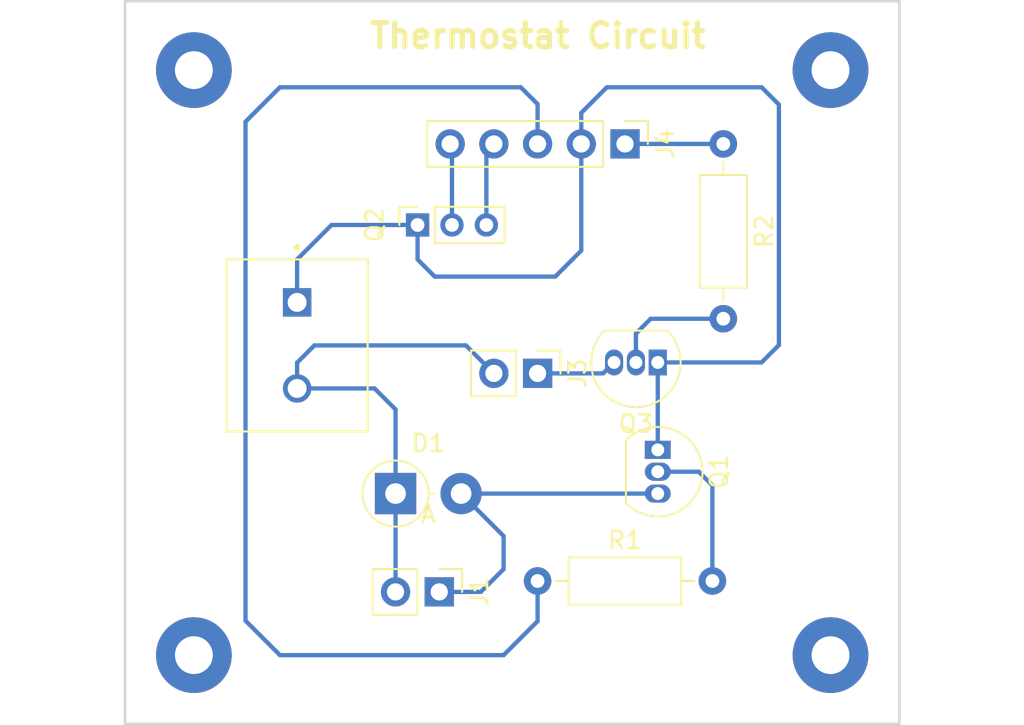
<source format=kicad_pcb>
(kicad_pcb (version 20171130) (host pcbnew "(5.0.1)-4")

  (general
    (thickness 1.6)
    (drawings 5)
    (tracks 54)
    (zones 0)
    (modules 14)
    (nets 11)
  )

  (page A4)
  (layers
    (0 F.Cu signal)
    (31 B.Cu signal)
    (32 B.Adhes user)
    (33 F.Adhes user)
    (34 B.Paste user)
    (35 F.Paste user)
    (36 B.SilkS user)
    (37 F.SilkS user)
    (38 B.Mask user)
    (39 F.Mask user)
    (40 Dwgs.User user)
    (41 Cmts.User user)
    (42 Eco1.User user)
    (43 Eco2.User user)
    (44 Edge.Cuts user)
    (45 Margin user)
    (46 B.CrtYd user)
    (47 F.CrtYd user)
    (48 B.Fab user)
    (49 F.Fab user)
  )

  (setup
    (last_trace_width 0.25)
    (trace_clearance 0.2)
    (zone_clearance 0.508)
    (zone_45_only no)
    (trace_min 0.25)
    (segment_width 0.2)
    (edge_width 0.15)
    (via_size 0.8)
    (via_drill 0.4)
    (via_min_size 0.4)
    (via_min_drill 0.3)
    (uvia_size 0.3)
    (uvia_drill 0.1)
    (uvias_allowed no)
    (uvia_min_size 0.2)
    (uvia_min_drill 0.1)
    (pcb_text_width 0.3)
    (pcb_text_size 1.5 1.5)
    (mod_edge_width 0.15)
    (mod_text_size 1 1)
    (mod_text_width 0.15)
    (pad_size 1 1.1)
    (pad_drill 0.9)
    (pad_to_mask_clearance 0.051)
    (solder_mask_min_width 0.25)
    (aux_axis_origin 0 0)
    (visible_elements 7FFFFFFF)
    (pcbplotparams
      (layerselection 0x010fc_ffffffff)
      (usegerberextensions false)
      (usegerberattributes true)
      (usegerberadvancedattributes false)
      (creategerberjobfile false)
      (excludeedgelayer true)
      (linewidth 0.100000)
      (plotframeref false)
      (viasonmask false)
      (mode 1)
      (useauxorigin false)
      (hpglpennumber 1)
      (hpglpenspeed 20)
      (hpglpendiameter 15.000000)
      (psnegative false)
      (psa4output false)
      (plotreference true)
      (plotvalue true)
      (plotinvisibletext false)
      (padsonsilk false)
      (subtractmaskfromsilk false)
      (outputformat 1)
      (mirror false)
      (drillshape 0)
      (scaleselection 1)
      (outputdirectory ""))
  )

  (net 0 "")
  (net 1 "Net-(D1-Pad1)")
  (net 2 "Net-(D1-Pad2)")
  (net 3 "Net-(J2-Pad1)")
  (net 4 "Net-(J3-Pad1)")
  (net 5 "Net-(J4-Pad1)")
  (net 6 "Net-(J4-Pad3)")
  (net 7 "Net-(J4-Pad4)")
  (net 8 "Net-(J4-Pad5)")
  (net 9 "Net-(Q1-Pad2)")
  (net 10 "Net-(Q3-Pad2)")

  (net_class Default "This is the default net class."
    (clearance 0.2)
    (trace_width 0.25)
    (via_dia 0.8)
    (via_drill 0.4)
    (uvia_dia 0.3)
    (uvia_drill 0.1)
    (add_net "Net-(D1-Pad1)")
    (add_net "Net-(D1-Pad2)")
    (add_net "Net-(J2-Pad1)")
    (add_net "Net-(J3-Pad1)")
    (add_net "Net-(J4-Pad1)")
    (add_net "Net-(J4-Pad3)")
    (add_net "Net-(J4-Pad4)")
    (add_net "Net-(J4-Pad5)")
    (add_net "Net-(Q1-Pad2)")
    (add_net "Net-(Q3-Pad2)")
  )

  (module Connector_PinHeader_2.54mm:PinHeader_1x05_P2.54mm_Vertical (layer F.Cu) (tedit 5C5242D8) (tstamp 5C697BD1)
    (at 187.055 34.29 270)
    (descr "Through hole straight pin header, 1x05, 2.54mm pitch, single row")
    (tags "Through hole pin header THT 1x05 2.54mm single row")
    (path /5C50D8C5)
    (fp_text reference J4 (at 0 -2.33 270) (layer F.SilkS)
      (effects (font (size 1 1) (thickness 0.15)))
    )
    (fp_text value Conn_01x05_Male (at 0 12.49 270) (layer F.Fab) hide
      (effects (font (size 1 1) (thickness 0.15)))
    )
    (fp_line (start -0.635 -1.27) (end 1.27 -1.27) (layer F.Fab) (width 0.1))
    (fp_line (start 1.27 -1.27) (end 1.27 11.43) (layer F.Fab) (width 0.1))
    (fp_line (start 1.27 11.43) (end -1.27 11.43) (layer F.Fab) (width 0.1))
    (fp_line (start -1.27 11.43) (end -1.27 -0.635) (layer F.Fab) (width 0.1))
    (fp_line (start -1.27 -0.635) (end -0.635 -1.27) (layer F.Fab) (width 0.1))
    (fp_line (start -1.33 11.49) (end 1.33 11.49) (layer F.SilkS) (width 0.12))
    (fp_line (start -1.33 1.27) (end -1.33 11.49) (layer F.SilkS) (width 0.12))
    (fp_line (start 1.33 1.27) (end 1.33 11.49) (layer F.SilkS) (width 0.12))
    (fp_line (start -1.33 1.27) (end 1.33 1.27) (layer F.SilkS) (width 0.12))
    (fp_line (start -1.33 0) (end -1.33 -1.33) (layer F.SilkS) (width 0.12))
    (fp_line (start -1.33 -1.33) (end 0 -1.33) (layer F.SilkS) (width 0.12))
    (fp_line (start -1.8 -1.8) (end -1.8 11.95) (layer F.CrtYd) (width 0.05))
    (fp_line (start -1.8 11.95) (end 1.8 11.95) (layer F.CrtYd) (width 0.05))
    (fp_line (start 1.8 11.95) (end 1.8 -1.8) (layer F.CrtYd) (width 0.05))
    (fp_line (start 1.8 -1.8) (end -1.8 -1.8) (layer F.CrtYd) (width 0.05))
    (fp_text user %R (at 0 5.08) (layer F.Fab)
      (effects (font (size 1 1) (thickness 0.15)))
    )
    (pad 1 thru_hole rect (at 0 0 270) (size 1.7 1.7) (drill 1) (layers *.Cu *.Mask)
      (net 5 "Net-(J4-Pad1)"))
    (pad 2 thru_hole oval (at 0 2.54 270) (size 1.7 1.7) (drill 1) (layers *.Cu *.Mask)
      (net 3 "Net-(J2-Pad1)"))
    (pad 3 thru_hole oval (at 0 5.08 270) (size 1.7 1.7) (drill 1) (layers *.Cu *.Mask)
      (net 6 "Net-(J4-Pad3)"))
    (pad 4 thru_hole oval (at 0 7.62 270) (size 1.7 1.7) (drill 1) (layers *.Cu *.Mask)
      (net 7 "Net-(J4-Pad4)"))
    (pad 5 thru_hole oval (at 0 10.16 270) (size 1.7 1.7) (drill 1) (layers *.Cu *.Mask)
      (net 8 "Net-(J4-Pad5)"))
    (model ${KISYS3DMOD}/Connector_PinHeader_2.54mm.3dshapes/PinHeader_1x05_P2.54mm_Vertical.wrl
      (at (xyz 0 0 0))
      (scale (xyz 1 1 1))
      (rotate (xyz 0 0 0))
    )
  )

  (module 282836-2:CONN_282836-2 (layer F.Cu) (tedit 5C7B0DE2) (tstamp 5C697BA2)
    (at 168 46 270)
    (path /5C7BA170)
    (fp_text reference J2 (at -2.71013 -5.38526 270) (layer F.SilkS) hide
      (effects (font (size 1.00005 1.00005) (thickness 0.05)))
    )
    (fp_text value 282836-2 (at 0 6 270) (layer F.SilkS) hide
      (effects (font (size 1.00019 1.00019) (thickness 0.05)))
    )
    (fp_circle (center -2.5 0) (end -2.4 0) (layer Eco2.User) (width 0.2))
    (fp_circle (center -5.7 0) (end -5.6 0) (layer F.SilkS) (width 0.2))
    (fp_line (start -5.25 4.35) (end -5.25 -4.35) (layer Eco1.User) (width 0.05))
    (fp_line (start 5.25 4.35) (end -5.25 4.35) (layer Eco1.User) (width 0.05))
    (fp_line (start 5.25 -4.35) (end 5.25 4.35) (layer Eco1.User) (width 0.05))
    (fp_line (start -5.25 -4.35) (end 5.25 -4.35) (layer Eco1.User) (width 0.05))
    (fp_line (start 5 -4.1) (end -5 -4.1) (layer Eco2.User) (width 0.127))
    (fp_line (start 5 4.1) (end 5 -4.1) (layer Eco2.User) (width 0.127))
    (fp_line (start -5 4.1) (end 5 4.1) (layer Eco2.User) (width 0.127))
    (fp_line (start -5 -4.1) (end -5 4.1) (layer Eco2.User) (width 0.127))
    (fp_line (start 5 -4.1) (end -5 -4.1) (layer F.SilkS) (width 0.127))
    (fp_line (start 5 4.1) (end 5 -4.1) (layer F.SilkS) (width 0.127))
    (fp_line (start -5 4.1) (end 5 4.1) (layer F.SilkS) (width 0.127))
    (fp_line (start -5 -4.1) (end -5 4.1) (layer F.SilkS) (width 0.127))
    (pad 2 thru_hole circle (at 2.5 0 270) (size 1.65 1.65) (drill 1.1) (layers *.Cu *.Mask)
      (net 1 "Net-(D1-Pad1)"))
    (pad 1 thru_hole rect (at -2.5 0 270) (size 1.65 1.65) (drill 1.1) (layers *.Cu *.Mask)
      (net 3 "Net-(J2-Pad1)"))
  )

  (module Connector_PinHeader_2.54mm:PinHeader_1x02_P2.54mm_Vertical (layer F.Cu) (tedit 59FED5CC) (tstamp 5C697BB8)
    (at 181.975 47.625 270)
    (descr "Through hole straight pin header, 1x02, 2.54mm pitch, single row")
    (tags "Through hole pin header THT 1x02 2.54mm single row")
    (path /5C509CBB)
    (fp_text reference J3 (at 0 -2.33 270) (layer F.SilkS)
      (effects (font (size 1 1) (thickness 0.15)))
    )
    (fp_text value Conn_01x02_Male (at 0 4.87 270) (layer F.Fab)
      (effects (font (size 1 1) (thickness 0.15)))
    )
    (fp_text user %R (at 0 1.27) (layer F.Fab)
      (effects (font (size 1 1) (thickness 0.15)))
    )
    (fp_line (start 1.8 -1.8) (end -1.8 -1.8) (layer F.CrtYd) (width 0.05))
    (fp_line (start 1.8 4.35) (end 1.8 -1.8) (layer F.CrtYd) (width 0.05))
    (fp_line (start -1.8 4.35) (end 1.8 4.35) (layer F.CrtYd) (width 0.05))
    (fp_line (start -1.8 -1.8) (end -1.8 4.35) (layer F.CrtYd) (width 0.05))
    (fp_line (start -1.33 -1.33) (end 0 -1.33) (layer F.SilkS) (width 0.12))
    (fp_line (start -1.33 0) (end -1.33 -1.33) (layer F.SilkS) (width 0.12))
    (fp_line (start -1.33 1.27) (end 1.33 1.27) (layer F.SilkS) (width 0.12))
    (fp_line (start 1.33 1.27) (end 1.33 3.87) (layer F.SilkS) (width 0.12))
    (fp_line (start -1.33 1.27) (end -1.33 3.87) (layer F.SilkS) (width 0.12))
    (fp_line (start -1.33 3.87) (end 1.33 3.87) (layer F.SilkS) (width 0.12))
    (fp_line (start -1.27 -0.635) (end -0.635 -1.27) (layer F.Fab) (width 0.1))
    (fp_line (start -1.27 3.81) (end -1.27 -0.635) (layer F.Fab) (width 0.1))
    (fp_line (start 1.27 3.81) (end -1.27 3.81) (layer F.Fab) (width 0.1))
    (fp_line (start 1.27 -1.27) (end 1.27 3.81) (layer F.Fab) (width 0.1))
    (fp_line (start -0.635 -1.27) (end 1.27 -1.27) (layer F.Fab) (width 0.1))
    (pad 2 thru_hole oval (at 0 2.54 270) (size 1.7 1.7) (drill 1) (layers *.Cu *.Mask)
      (net 1 "Net-(D1-Pad1)"))
    (pad 1 thru_hole rect (at 0 0 270) (size 1.7 1.7) (drill 1) (layers *.Cu *.Mask)
      (net 4 "Net-(J3-Pad1)"))
    (model ${KISYS3DMOD}/Connector_PinHeader_2.54mm.3dshapes/PinHeader_1x02_P2.54mm_Vertical.wrl
      (at (xyz 0 0 0))
      (scale (xyz 1 1 1))
      (rotate (xyz 0 0 0))
    )
  )

  (module Connector_PinSocket_2.00mm:PinSocket_1x03_P2.00mm_Vertical (layer F.Cu) (tedit 5C5242D5) (tstamp 5C697BF3)
    (at 175 39 90)
    (descr "Through hole straight socket strip, 1x03, 2.00mm pitch, single row (from Kicad 4.0.7), script generated")
    (tags "Through hole socket strip THT 1x03 2.00mm single row")
    (path /5C4E2BBB)
    (fp_text reference Q2 (at 0 -2.5 90) (layer F.SilkS)
      (effects (font (size 1 1) (thickness 0.15)))
    )
    (fp_text value DS18B20+PAR (at 0 6.5 90) (layer F.Fab) hide
      (effects (font (size 1 1) (thickness 0.15)))
    )
    (fp_text user %R (at 0 2 180) (layer F.Fab)
      (effects (font (size 1 1) (thickness 0.15)))
    )
    (fp_line (start -1.5 5.5) (end -1.5 -1.5) (layer F.CrtYd) (width 0.05))
    (fp_line (start 1.5 5.5) (end -1.5 5.5) (layer F.CrtYd) (width 0.05))
    (fp_line (start 1.5 -1.5) (end 1.5 5.5) (layer F.CrtYd) (width 0.05))
    (fp_line (start -1.5 -1.5) (end 1.5 -1.5) (layer F.CrtYd) (width 0.05))
    (fp_line (start 0 -1.06) (end 1.06 -1.06) (layer F.SilkS) (width 0.12))
    (fp_line (start 1.06 -1.06) (end 1.06 0) (layer F.SilkS) (width 0.12))
    (fp_line (start 1.06 1) (end 1.06 5.06) (layer F.SilkS) (width 0.12))
    (fp_line (start -1.06 5.06) (end 1.06 5.06) (layer F.SilkS) (width 0.12))
    (fp_line (start -1.06 1) (end -1.06 5.06) (layer F.SilkS) (width 0.12))
    (fp_line (start -1.06 1) (end 1.06 1) (layer F.SilkS) (width 0.12))
    (fp_line (start -1 5) (end -1 -1) (layer F.Fab) (width 0.1))
    (fp_line (start 1 5) (end -1 5) (layer F.Fab) (width 0.1))
    (fp_line (start 1 -0.5) (end 1 5) (layer F.Fab) (width 0.1))
    (fp_line (start 0.5 -1) (end 1 -0.5) (layer F.Fab) (width 0.1))
    (fp_line (start -1 -1) (end 0.5 -1) (layer F.Fab) (width 0.1))
    (pad 3 thru_hole oval (at 0 4 90) (size 1.35 1.35) (drill 0.8) (layers *.Cu *.Mask)
      (net 7 "Net-(J4-Pad4)"))
    (pad 2 thru_hole oval (at 0 2 90) (size 1.35 1.35) (drill 0.8) (layers *.Cu *.Mask)
      (net 8 "Net-(J4-Pad5)"))
    (pad 1 thru_hole rect (at 0 0 90) (size 1.35 1.35) (drill 0.8) (layers *.Cu *.Mask)
      (net 3 "Net-(J2-Pad1)"))
    (model ${KISYS3DMOD}/Connector_PinSocket_2.00mm.3dshapes/PinSocket_1x03_P2.00mm_Vertical.wrl
      (at (xyz 0 0 0))
      (scale (xyz 1 1 1))
      (rotate (xyz 0 0 0))
    )
  )

  (module Resistor_THT:R_Axial_DIN0207_L6.3mm_D2.5mm_P10.16mm_Horizontal (layer F.Cu) (tedit 5C5242E0) (tstamp 5C697C33)
    (at 192.77 34.29 270)
    (descr "Resistor, Axial_DIN0207 series, Axial, Horizontal, pin pitch=10.16mm, 0.25W = 1/4W, length*diameter=6.3*2.5mm^2, http://cdn-reichelt.de/documents/datenblatt/B400/1_4W%23YAG.pdf")
    (tags "Resistor Axial_DIN0207 series Axial Horizontal pin pitch 10.16mm 0.25W = 1/4W length 6.3mm diameter 2.5mm")
    (path /5C4E38E6)
    (fp_text reference R2 (at 5.08 -2.37 270) (layer F.SilkS)
      (effects (font (size 1 1) (thickness 0.15)))
    )
    (fp_text value R (at 5.08 2.37 270) (layer F.Fab) hide
      (effects (font (size 1 1) (thickness 0.15)))
    )
    (fp_text user %R (at 5.08 0 270) (layer F.Fab) hide
      (effects (font (size 1 1) (thickness 0.15)))
    )
    (fp_line (start 11.21 -1.5) (end -1.05 -1.5) (layer F.CrtYd) (width 0.05))
    (fp_line (start 11.21 1.5) (end 11.21 -1.5) (layer F.CrtYd) (width 0.05))
    (fp_line (start -1.05 1.5) (end 11.21 1.5) (layer F.CrtYd) (width 0.05))
    (fp_line (start -1.05 -1.5) (end -1.05 1.5) (layer F.CrtYd) (width 0.05))
    (fp_line (start 9.12 0) (end 8.35 0) (layer F.SilkS) (width 0.12))
    (fp_line (start 1.04 0) (end 1.81 0) (layer F.SilkS) (width 0.12))
    (fp_line (start 8.35 -1.37) (end 1.81 -1.37) (layer F.SilkS) (width 0.12))
    (fp_line (start 8.35 1.37) (end 8.35 -1.37) (layer F.SilkS) (width 0.12))
    (fp_line (start 1.81 1.37) (end 8.35 1.37) (layer F.SilkS) (width 0.12))
    (fp_line (start 1.81 -1.37) (end 1.81 1.37) (layer F.SilkS) (width 0.12))
    (fp_line (start 10.16 0) (end 8.23 0) (layer F.Fab) (width 0.1))
    (fp_line (start 0 0) (end 1.93 0) (layer F.Fab) (width 0.1))
    (fp_line (start 8.23 -1.25) (end 1.93 -1.25) (layer F.Fab) (width 0.1))
    (fp_line (start 8.23 1.25) (end 8.23 -1.25) (layer F.Fab) (width 0.1))
    (fp_line (start 1.93 1.25) (end 8.23 1.25) (layer F.Fab) (width 0.1))
    (fp_line (start 1.93 -1.25) (end 1.93 1.25) (layer F.Fab) (width 0.1))
    (pad 2 thru_hole oval (at 10.16 0 270) (size 1.6 1.6) (drill 0.8) (layers *.Cu *.Mask)
      (net 10 "Net-(Q3-Pad2)"))
    (pad 1 thru_hole circle (at 0 0 270) (size 1.6 1.6) (drill 0.8) (layers *.Cu *.Mask)
      (net 5 "Net-(J4-Pad1)"))
    (model ${KISYS3DMOD}/Resistor_THT.3dshapes/R_Axial_DIN0207_L6.3mm_D2.5mm_P10.16mm_Horizontal.wrl
      (at (xyz 0 0 0))
      (scale (xyz 1 1 1))
      (rotate (xyz 0 0 0))
    )
  )

  (module Resistor_THT:R_Axial_DIN0207_L6.3mm_D2.5mm_P10.16mm_Horizontal (layer F.Cu) (tedit 5C5242D0) (tstamp 5C697C1C)
    (at 181.975 59.69)
    (descr "Resistor, Axial_DIN0207 series, Axial, Horizontal, pin pitch=10.16mm, 0.25W = 1/4W, length*diameter=6.3*2.5mm^2, http://cdn-reichelt.de/documents/datenblatt/B400/1_4W%23YAG.pdf")
    (tags "Resistor Axial_DIN0207 series Axial Horizontal pin pitch 10.16mm 0.25W = 1/4W length 6.3mm diameter 2.5mm")
    (path /5C51AF1C)
    (fp_text reference R1 (at 5.08 -2.37) (layer F.SilkS)
      (effects (font (size 1 1) (thickness 0.15)))
    )
    (fp_text value R (at 5.08 2.37) (layer F.Fab) hide
      (effects (font (size 1 1) (thickness 0.15)))
    )
    (fp_text user %R (at 5.08 0) (layer F.Fab)
      (effects (font (size 1 1) (thickness 0.15)))
    )
    (fp_line (start 11.21 -1.5) (end -1.05 -1.5) (layer F.CrtYd) (width 0.05))
    (fp_line (start 11.21 1.5) (end 11.21 -1.5) (layer F.CrtYd) (width 0.05))
    (fp_line (start -1.05 1.5) (end 11.21 1.5) (layer F.CrtYd) (width 0.05))
    (fp_line (start -1.05 -1.5) (end -1.05 1.5) (layer F.CrtYd) (width 0.05))
    (fp_line (start 9.12 0) (end 8.35 0) (layer F.SilkS) (width 0.12))
    (fp_line (start 1.04 0) (end 1.81 0) (layer F.SilkS) (width 0.12))
    (fp_line (start 8.35 -1.37) (end 1.81 -1.37) (layer F.SilkS) (width 0.12))
    (fp_line (start 8.35 1.37) (end 8.35 -1.37) (layer F.SilkS) (width 0.12))
    (fp_line (start 1.81 1.37) (end 8.35 1.37) (layer F.SilkS) (width 0.12))
    (fp_line (start 1.81 -1.37) (end 1.81 1.37) (layer F.SilkS) (width 0.12))
    (fp_line (start 10.16 0) (end 8.23 0) (layer F.Fab) (width 0.1))
    (fp_line (start 0 0) (end 1.93 0) (layer F.Fab) (width 0.1))
    (fp_line (start 8.23 -1.25) (end 1.93 -1.25) (layer F.Fab) (width 0.1))
    (fp_line (start 8.23 1.25) (end 8.23 -1.25) (layer F.Fab) (width 0.1))
    (fp_line (start 1.93 1.25) (end 8.23 1.25) (layer F.Fab) (width 0.1))
    (fp_line (start 1.93 -1.25) (end 1.93 1.25) (layer F.Fab) (width 0.1))
    (pad 2 thru_hole oval (at 10.16 0) (size 1.6 1.6) (drill 0.8) (layers *.Cu *.Mask)
      (net 9 "Net-(Q1-Pad2)"))
    (pad 1 thru_hole circle (at 0 0) (size 1.6 1.6) (drill 0.8) (layers *.Cu *.Mask)
      (net 6 "Net-(J4-Pad3)"))
    (model ${KISYS3DMOD}/Resistor_THT.3dshapes/R_Axial_DIN0207_L6.3mm_D2.5mm_P10.16mm_Horizontal.wrl
      (at (xyz 0 0 0))
      (scale (xyz 1 1 1))
      (rotate (xyz 0 0 0))
    )
  )

  (module Diode_THT:D_DO-15_P3.81mm_Vertical_AnodeUp (layer F.Cu) (tedit 5C5242C9) (tstamp 5C697B76)
    (at 173.72 54.61)
    (descr "Diode, DO-15 series, Axial, Vertical, pin pitch=3.81mm, , length*diameter=7.6*3.6mm^2, , http://www.diodes.com/_files/packages/DO-15.pdf")
    (tags "Diode DO-15 series Axial Vertical pin pitch 3.81mm  length 7.6mm diameter 3.6mm")
    (path /5C51108D)
    (fp_text reference D1 (at 1.905 -2.92) (layer F.SilkS)
      (effects (font (size 1 1) (thickness 0.15)))
    )
    (fp_text value 1N4001 (at 1.27 4.2535) (layer F.Fab) hide
      (effects (font (size 1 1) (thickness 0.15)))
    )
    (fp_circle (center 0 0) (end 1.8 0) (layer F.Fab) (width 0.1))
    (fp_circle (center 0 0) (end 1.92 0) (layer F.SilkS) (width 0.12))
    (fp_line (start 0 0) (end 3.81 0) (layer F.Fab) (width 0.1))
    (fp_line (start 1.92 0) (end 2.31 0) (layer F.SilkS) (width 0.12))
    (fp_line (start -2.05 -2.05) (end -2.05 2.05) (layer F.CrtYd) (width 0.05))
    (fp_line (start -2.05 2.05) (end 5.26 2.05) (layer F.CrtYd) (width 0.05))
    (fp_line (start 5.26 2.05) (end 5.26 -2.05) (layer F.CrtYd) (width 0.05))
    (fp_line (start 5.26 -2.05) (end -2.05 -2.05) (layer F.CrtYd) (width 0.05))
    (fp_text user %R (at 1.905 -2.92) (layer F.Fab)
      (effects (font (size 1 1) (thickness 0.15)))
    )
    (fp_text user A (at 1.91 1.2) (layer F.Fab)
      (effects (font (size 1 1) (thickness 0.15)))
    )
    (fp_text user A (at 1.91 1.2) (layer F.SilkS)
      (effects (font (size 1 1) (thickness 0.15)))
    )
    (pad 1 thru_hole rect (at 0 0) (size 2.4 2.4) (drill 1.2) (layers *.Cu *.Mask)
      (net 1 "Net-(D1-Pad1)"))
    (pad 2 thru_hole oval (at 3.81 0) (size 2.4 2.4) (drill 1.2) (layers *.Cu *.Mask)
      (net 2 "Net-(D1-Pad2)"))
    (model ${KISYS3DMOD}/Diode_THT.3dshapes/D_DO-15_P3.81mm_Vertical_AnodeUp.wrl
      (at (xyz 0 0 0))
      (scale (xyz 1 1 1))
      (rotate (xyz 0 0 0))
    )
  )

  (module Connector_PinHeader_2.54mm:PinHeader_1x02_P2.54mm_Vertical (layer F.Cu) (tedit 5C5242C2) (tstamp 5C697B8C)
    (at 176.26 60.325 270)
    (descr "Through hole straight pin header, 1x02, 2.54mm pitch, single row")
    (tags "Through hole pin header THT 1x02 2.54mm single row")
    (path /5C50B0D6)
    (fp_text reference J1 (at 0 -2.33 270) (layer F.SilkS)
      (effects (font (size 1 1) (thickness 0.15)))
    )
    (fp_text value Conn_01x02_Male (at -2.325 3.26) (layer F.Fab) hide
      (effects (font (size 1 1) (thickness 0.15)))
    )
    (fp_line (start -0.635 -1.27) (end 1.27 -1.27) (layer F.Fab) (width 0.1))
    (fp_line (start 1.27 -1.27) (end 1.27 3.81) (layer F.Fab) (width 0.1))
    (fp_line (start 1.27 3.81) (end -1.27 3.81) (layer F.Fab) (width 0.1))
    (fp_line (start -1.27 3.81) (end -1.27 -0.635) (layer F.Fab) (width 0.1))
    (fp_line (start -1.27 -0.635) (end -0.635 -1.27) (layer F.Fab) (width 0.1))
    (fp_line (start -1.33 3.87) (end 1.33 3.87) (layer F.SilkS) (width 0.12))
    (fp_line (start -1.33 1.27) (end -1.33 3.87) (layer F.SilkS) (width 0.12))
    (fp_line (start 1.33 1.27) (end 1.33 3.87) (layer F.SilkS) (width 0.12))
    (fp_line (start -1.33 1.27) (end 1.33 1.27) (layer F.SilkS) (width 0.12))
    (fp_line (start -1.33 0) (end -1.33 -1.33) (layer F.SilkS) (width 0.12))
    (fp_line (start -1.33 -1.33) (end 0 -1.33) (layer F.SilkS) (width 0.12))
    (fp_line (start -1.8 -1.8) (end -1.8 4.35) (layer F.CrtYd) (width 0.05))
    (fp_line (start -1.8 4.35) (end 1.8 4.35) (layer F.CrtYd) (width 0.05))
    (fp_line (start 1.8 4.35) (end 1.8 -1.8) (layer F.CrtYd) (width 0.05))
    (fp_line (start 1.8 -1.8) (end -1.8 -1.8) (layer F.CrtYd) (width 0.05))
    (fp_text user %R (at 0.974999 -0.305001) (layer F.Fab)
      (effects (font (size 1 1) (thickness 0.15)))
    )
    (pad 1 thru_hole rect (at 0 0 270) (size 1.7 1.7) (drill 1) (layers *.Cu *.Mask)
      (net 2 "Net-(D1-Pad2)"))
    (pad 2 thru_hole oval (at 0 2.54 270) (size 1.7 1.7) (drill 1) (layers *.Cu *.Mask)
      (net 1 "Net-(D1-Pad1)"))
    (model ${KISYS3DMOD}/Connector_PinHeader_2.54mm.3dshapes/PinHeader_1x02_P2.54mm_Vertical.wrl
      (at (xyz 0 0 0))
      (scale (xyz 1 1 1))
      (rotate (xyz 0 0 0))
    )
  )

  (module Package_TO_SOT_THT:TO-92_Inline (layer F.Cu) (tedit 5C5242CD) (tstamp 5C697BE3)
    (at 188.96 52.07 270)
    (descr "TO-92 leads in-line, narrow, oval pads, drill 0.75mm (see NXP sot054_po.pdf)")
    (tags "to-92 sc-43 sc-43a sot54 PA33 transistor")
    (path /5C4E428C)
    (fp_text reference Q1 (at 1.27 -3.56 270) (layer F.SilkS)
      (effects (font (size 1 1) (thickness 0.15)))
    )
    (fp_text value 2N3904 (at 1.27 2.79 270) (layer F.Fab) hide
      (effects (font (size 1 1) (thickness 0.15)))
    )
    (fp_arc (start 1.27 0) (end 1.27 -2.6) (angle 135) (layer F.SilkS) (width 0.12))
    (fp_arc (start 1.27 0) (end 1.27 -2.48) (angle -135) (layer F.Fab) (width 0.1))
    (fp_arc (start 1.27 0) (end 1.27 -2.6) (angle -135) (layer F.SilkS) (width 0.12))
    (fp_arc (start 1.27 0) (end 1.27 -2.48) (angle 135) (layer F.Fab) (width 0.1))
    (fp_line (start 4 2.01) (end -1.46 2.01) (layer F.CrtYd) (width 0.05))
    (fp_line (start 4 2.01) (end 4 -2.73) (layer F.CrtYd) (width 0.05))
    (fp_line (start -1.46 -2.73) (end -1.46 2.01) (layer F.CrtYd) (width 0.05))
    (fp_line (start -1.46 -2.73) (end 4 -2.73) (layer F.CrtYd) (width 0.05))
    (fp_line (start -0.5 1.75) (end 3 1.75) (layer F.Fab) (width 0.1))
    (fp_line (start -0.53 1.85) (end 3.07 1.85) (layer F.SilkS) (width 0.12))
    (fp_text user %R (at 1.27 -3.56 270) (layer F.Fab)
      (effects (font (size 1 1) (thickness 0.15)))
    )
    (pad 1 thru_hole rect (at 0 0 270) (size 1.05 1.5) (drill 0.75) (layers *.Cu *.Mask)
      (net 3 "Net-(J2-Pad1)"))
    (pad 3 thru_hole oval (at 2.54 0 270) (size 1.05 1.5) (drill 0.75) (layers *.Cu *.Mask)
      (net 2 "Net-(D1-Pad2)"))
    (pad 2 thru_hole oval (at 1.27 0 270) (size 1.05 1.5) (drill 0.75) (layers *.Cu *.Mask)
      (net 9 "Net-(Q1-Pad2)"))
    (model ${KISYS3DMOD}/Package_TO_SOT_THT.3dshapes/TO-92_Inline.wrl
      (at (xyz 0 0 0))
      (scale (xyz 1 1 1))
      (rotate (xyz 0 0 0))
    )
  )

  (module Package_TO_SOT_THT:TO-92_Inline (layer F.Cu) (tedit 5A1DD157) (tstamp 5C697C05)
    (at 188.96 46.99 180)
    (descr "TO-92 leads in-line, narrow, oval pads, drill 0.75mm (see NXP sot054_po.pdf)")
    (tags "to-92 sc-43 sc-43a sot54 PA33 transistor")
    (path /5C4E41D3)
    (fp_text reference Q3 (at 1.27 -3.56 180) (layer F.SilkS)
      (effects (font (size 1 1) (thickness 0.15)))
    )
    (fp_text value 2N3904 (at 1.27 2.79 180) (layer F.Fab)
      (effects (font (size 1 1) (thickness 0.15)))
    )
    (fp_text user %R (at 1.27 -3.56 180) (layer F.Fab)
      (effects (font (size 1 1) (thickness 0.15)))
    )
    (fp_line (start -0.53 1.85) (end 3.07 1.85) (layer F.SilkS) (width 0.12))
    (fp_line (start -0.5 1.75) (end 3 1.75) (layer F.Fab) (width 0.1))
    (fp_line (start -1.46 -2.73) (end 4 -2.73) (layer F.CrtYd) (width 0.05))
    (fp_line (start -1.46 -2.73) (end -1.46 2.01) (layer F.CrtYd) (width 0.05))
    (fp_line (start 4 2.01) (end 4 -2.73) (layer F.CrtYd) (width 0.05))
    (fp_line (start 4 2.01) (end -1.46 2.01) (layer F.CrtYd) (width 0.05))
    (fp_arc (start 1.27 0) (end 1.27 -2.48) (angle 135) (layer F.Fab) (width 0.1))
    (fp_arc (start 1.27 0) (end 1.27 -2.6) (angle -135) (layer F.SilkS) (width 0.12))
    (fp_arc (start 1.27 0) (end 1.27 -2.48) (angle -135) (layer F.Fab) (width 0.1))
    (fp_arc (start 1.27 0) (end 1.27 -2.6) (angle 135) (layer F.SilkS) (width 0.12))
    (pad 2 thru_hole oval (at 1.27 0 180) (size 1.05 1.5) (drill 0.75) (layers *.Cu *.Mask)
      (net 10 "Net-(Q3-Pad2)"))
    (pad 3 thru_hole oval (at 2.54 0 180) (size 1.05 1.5) (drill 0.75) (layers *.Cu *.Mask)
      (net 4 "Net-(J3-Pad1)"))
    (pad 1 thru_hole rect (at 0 0 180) (size 1.05 1.5) (drill 0.75) (layers *.Cu *.Mask)
      (net 3 "Net-(J2-Pad1)"))
    (model ${KISYS3DMOD}/Package_TO_SOT_THT.3dshapes/TO-92_Inline.wrl
      (at (xyz 0 0 0))
      (scale (xyz 1 1 1))
      (rotate (xyz 0 0 0))
    )
  )

  (module MountingHole:MountingHole_2.2mm_M2_Pad (layer F.Cu) (tedit 5C7B0DE8) (tstamp 5C955F5F)
    (at 199 64)
    (descr "Mounting Hole 2.2mm, M2")
    (tags "mounting hole 2.2mm m2")
    (attr virtual)
    (fp_text reference REF** (at 0 -3.2) (layer F.SilkS) hide
      (effects (font (size 1 1) (thickness 0.15)))
    )
    (fp_text value MountingHole_2.2mm_M2_Pad (at 0 3.2) (layer F.Fab)
      (effects (font (size 1 1) (thickness 0.15)))
    )
    (fp_circle (center 0 0) (end 2.45 0) (layer F.CrtYd) (width 0.05))
    (fp_circle (center 0 0) (end 2.2 0) (layer Cmts.User) (width 0.15))
    (fp_text user %R (at 0.3 0) (layer F.Fab)
      (effects (font (size 1 1) (thickness 0.15)))
    )
    (pad 1 thru_hole circle (at 0 0) (size 4.4 4.4) (drill 2.2) (layers *.Cu *.Mask))
  )

  (module MountingHole:MountingHole_2.2mm_M2_Pad (layer F.Cu) (tedit 5C7B0DED) (tstamp 5C956101)
    (at 199 30)
    (descr "Mounting Hole 2.2mm, M2")
    (tags "mounting hole 2.2mm m2")
    (attr virtual)
    (fp_text reference REF** (at 0 -3.2) (layer F.SilkS) hide
      (effects (font (size 1 1) (thickness 0.15)))
    )
    (fp_text value MountingHole_2.2mm_M2_Pad (at 0 3.2) (layer F.Fab)
      (effects (font (size 1 1) (thickness 0.15)))
    )
    (fp_circle (center 0 0) (end 2.45 0) (layer F.CrtYd) (width 0.05))
    (fp_circle (center 0 0) (end 2.2 0) (layer Cmts.User) (width 0.15))
    (fp_text user %R (at 0.3 0) (layer F.Fab)
      (effects (font (size 1 1) (thickness 0.15)))
    )
    (pad 1 thru_hole circle (at 0 0) (size 4.4 4.4) (drill 2.2) (layers *.Cu *.Mask))
  )

  (module MountingHole:MountingHole_2.2mm_M2_Pad (layer F.Cu) (tedit 5C7B0DF4) (tstamp 5C95630F)
    (at 162 64)
    (descr "Mounting Hole 2.2mm, M2")
    (tags "mounting hole 2.2mm m2")
    (attr virtual)
    (fp_text reference REF** (at 0 -3.2) (layer F.SilkS) hide
      (effects (font (size 1 1) (thickness 0.15)))
    )
    (fp_text value MountingHole_2.2mm_M2_Pad (at 0 3.2) (layer F.Fab)
      (effects (font (size 1 1) (thickness 0.15)))
    )
    (fp_circle (center 0 0) (end 2.45 0) (layer F.CrtYd) (width 0.05))
    (fp_circle (center 0 0) (end 2.2 0) (layer Cmts.User) (width 0.15))
    (fp_text user %R (at 0.3 0) (layer F.Fab)
      (effects (font (size 1 1) (thickness 0.15)))
    )
    (pad 1 thru_hole circle (at 0 0) (size 4.4 4.4) (drill 2.2) (layers *.Cu *.Mask))
  )

  (module MountingHole:MountingHole_2.2mm_M2_Pad (layer F.Cu) (tedit 5C7B0DF1) (tstamp 5C9563C6)
    (at 162 30)
    (descr "Mounting Hole 2.2mm, M2")
    (tags "mounting hole 2.2mm m2")
    (attr virtual)
    (fp_text reference REF** (at 0 -3.2) (layer F.SilkS) hide
      (effects (font (size 1 1) (thickness 0.15)))
    )
    (fp_text value MountingHole_2.2mm_M2_Pad (at 0 3.2) (layer F.Fab)
      (effects (font (size 1 1) (thickness 0.15)))
    )
    (fp_circle (center 0 0) (end 2.45 0) (layer F.CrtYd) (width 0.05))
    (fp_circle (center 0 0) (end 2.2 0) (layer Cmts.User) (width 0.15))
    (fp_text user %R (at 0.3 0) (layer F.Fab)
      (effects (font (size 1 1) (thickness 0.15)))
    )
    (pad 1 thru_hole circle (at 0 0) (size 4.4 4.4) (drill 2.2) (layers *.Cu *.Mask))
  )

  (gr_text "Thermostat Circuit" (at 182 28) (layer F.SilkS)
    (effects (font (size 1.4 1.4) (thickness 0.3)))
  )
  (gr_line (start 158 68) (end 158 26) (layer Edge.Cuts) (width 0.15))
  (gr_line (start 203 68) (end 158 68) (layer Edge.Cuts) (width 0.15))
  (gr_line (start 203 26) (end 203 68) (layer Edge.Cuts) (width 0.15))
  (gr_line (start 158 26) (end 203 26) (layer Edge.Cuts) (width 0.15))

  (segment (start 168 48.5) (end 168 47) (width 0.25) (layer B.Cu) (net 1))
  (segment (start 168 47) (end 169 46) (width 0.25) (layer B.Cu) (net 1))
  (segment (start 177.81 46) (end 179.435 47.625) (width 0.25) (layer B.Cu) (net 1))
  (segment (start 169 46) (end 177.81 46) (width 0.25) (layer B.Cu) (net 1))
  (segment (start 173.72 54.61) (end 173.72 49.72) (width 0.25) (layer B.Cu) (net 1))
  (segment (start 172.5 48.5) (end 173.72 49.72) (width 0.25) (layer B.Cu) (net 1))
  (segment (start 168 48.5) (end 172.5 48.5) (width 0.25) (layer B.Cu) (net 1))
  (segment (start 173.72 54.61) (end 173.72 60.325) (width 0.25) (layer B.Cu) (net 1))
  (segment (start 176.26 60.325) (end 178.675 60.325) (width 0.25) (layer B.Cu) (net 2))
  (segment (start 178.675 60.325) (end 180 59) (width 0.25) (layer B.Cu) (net 2))
  (segment (start 180 57.08) (end 177.53 54.61) (width 0.25) (layer B.Cu) (net 2))
  (segment (start 180 59) (end 180 57.08) (width 0.25) (layer B.Cu) (net 2))
  (segment (start 177.53 54.61) (end 188.96 54.61) (width 0.25) (layer B.Cu) (net 2))
  (segment (start 168 43.5) (end 168 41) (width 0.25) (layer B.Cu) (net 3))
  (segment (start 170 39) (end 175 39) (width 0.25) (layer B.Cu) (net 3))
  (segment (start 168 41) (end 170 39) (width 0.25) (layer B.Cu) (net 3))
  (segment (start 175 39) (end 175 41) (width 0.25) (layer B.Cu) (net 3))
  (segment (start 175 41) (end 176 42) (width 0.25) (layer B.Cu) (net 3))
  (segment (start 176 42) (end 183 42) (width 0.25) (layer B.Cu) (net 3))
  (segment (start 184.515 40.485) (end 184.515 34.29) (width 0.25) (layer B.Cu) (net 3))
  (segment (start 183 42) (end 184.515 40.485) (width 0.25) (layer B.Cu) (net 3))
  (segment (start 188.96 47.99) (end 188.96 52.07) (width 0.25) (layer B.Cu) (net 3))
  (segment (start 188.96 46.99) (end 188.96 47.99) (width 0.25) (layer B.Cu) (net 3))
  (segment (start 188.96 46.99) (end 194.99 46.99) (width 0.25) (layer B.Cu) (net 3))
  (segment (start 194.99 46.99) (end 196 45.98) (width 0.25) (layer B.Cu) (net 3))
  (segment (start 196 45.98) (end 196 32) (width 0.25) (layer B.Cu) (net 3))
  (segment (start 196 32) (end 195 31) (width 0.25) (layer B.Cu) (net 3))
  (segment (start 195 31) (end 186 31) (width 0.25) (layer B.Cu) (net 3))
  (segment (start 184.515 32.485) (end 184.515 34.29) (width 0.25) (layer B.Cu) (net 3))
  (segment (start 186 31) (end 184.515 32.485) (width 0.25) (layer B.Cu) (net 3))
  (segment (start 181.975 48.025) (end 182 48) (width 0.25) (layer F.Cu) (net 4))
  (segment (start 185.785 47.625) (end 186.42 46.99) (width 0.25) (layer B.Cu) (net 4))
  (segment (start 181.975 47.625) (end 185.785 47.625) (width 0.25) (layer B.Cu) (net 4))
  (segment (start 187.055 34.29) (end 192.77 34.29) (width 0.25) (layer B.Cu) (net 5))
  (segment (start 181.975 59.69) (end 181.975 62.025) (width 0.25) (layer B.Cu) (net 6))
  (segment (start 181.975 62.025) (end 180 64) (width 0.25) (layer B.Cu) (net 6))
  (segment (start 180 64) (end 167 64) (width 0.25) (layer B.Cu) (net 6))
  (segment (start 167 64) (end 165 62) (width 0.25) (layer B.Cu) (net 6))
  (segment (start 165 62) (end 165 33) (width 0.25) (layer B.Cu) (net 6))
  (segment (start 165 33) (end 167 31) (width 0.25) (layer B.Cu) (net 6))
  (segment (start 167 31) (end 181 31) (width 0.25) (layer B.Cu) (net 6))
  (segment (start 181.975 31.975) (end 181.975 34.29) (width 0.25) (layer B.Cu) (net 6))
  (segment (start 181 31) (end 181.975 31.975) (width 0.25) (layer B.Cu) (net 6))
  (segment (start 179 34.725) (end 179.435 34.29) (width 0.25) (layer B.Cu) (net 7))
  (segment (start 179 39) (end 179 34.725) (width 0.25) (layer B.Cu) (net 7))
  (segment (start 177 34.395) (end 176.895 34.29) (width 0.25) (layer B.Cu) (net 8))
  (segment (start 177 39) (end 177 34.395) (width 0.25) (layer B.Cu) (net 8))
  (segment (start 189.185 53.34) (end 188.96 53.34) (width 0.25) (layer F.Cu) (net 9))
  (segment (start 192.135 59.69) (end 192.135 54.135) (width 0.25) (layer B.Cu) (net 9))
  (segment (start 191.34 53.34) (end 188.96 53.34) (width 0.25) (layer B.Cu) (net 9))
  (segment (start 192.135 54.135) (end 191.34 53.34) (width 0.25) (layer B.Cu) (net 9))
  (segment (start 192.77 44.45) (end 188.55 44.45) (width 0.25) (layer B.Cu) (net 10))
  (segment (start 187.69 45.31) (end 187.69 46.99) (width 0.25) (layer B.Cu) (net 10))
  (segment (start 188.55 44.45) (end 187.69 45.31) (width 0.25) (layer B.Cu) (net 10))

)

</source>
